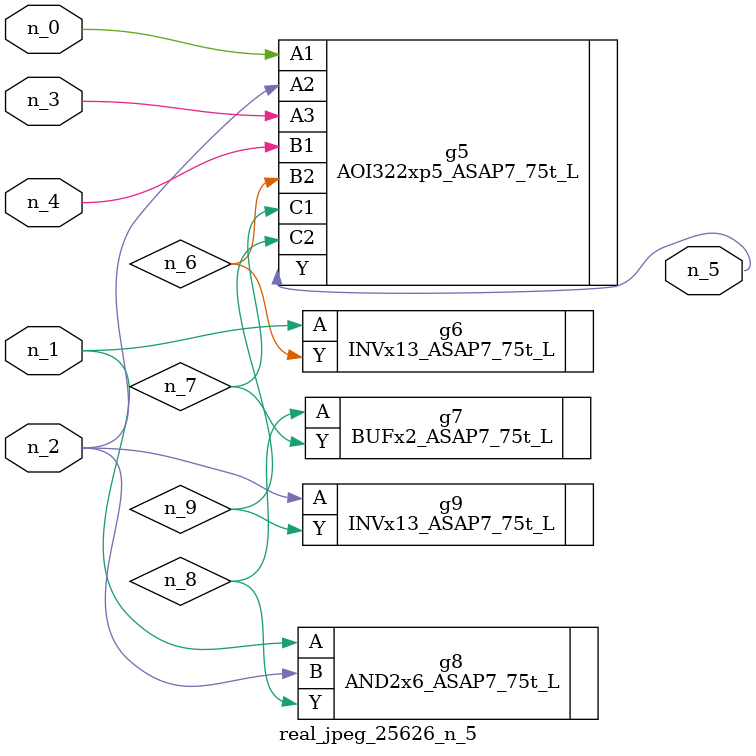
<source format=v>
module real_jpeg_25626_n_5 (n_4, n_0, n_1, n_2, n_3, n_5);

input n_4;
input n_0;
input n_1;
input n_2;
input n_3;

output n_5;

wire n_8;
wire n_6;
wire n_7;
wire n_9;

AOI322xp5_ASAP7_75t_L g5 ( 
.A1(n_0),
.A2(n_2),
.A3(n_3),
.B1(n_4),
.B2(n_6),
.C1(n_7),
.C2(n_9),
.Y(n_5)
);

INVx13_ASAP7_75t_L g6 ( 
.A(n_1),
.Y(n_6)
);

AND2x6_ASAP7_75t_L g8 ( 
.A(n_1),
.B(n_2),
.Y(n_8)
);

INVx13_ASAP7_75t_L g9 ( 
.A(n_2),
.Y(n_9)
);

BUFx2_ASAP7_75t_L g7 ( 
.A(n_8),
.Y(n_7)
);


endmodule
</source>
